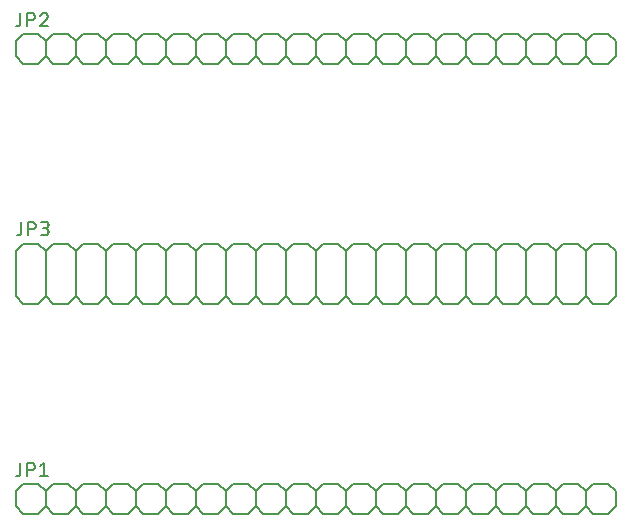
<source format=gbr>
G04 EAGLE Gerber X2 export*
%TF.Part,Single*%
%TF.FileFunction,Legend,Top,1*%
%TF.FilePolarity,Positive*%
%TF.GenerationSoftware,Autodesk,EAGLE,9.0.0*%
%TF.CreationDate,2018-04-25T07:48:58Z*%
G75*
%MOMM*%
%FSLAX34Y34*%
%LPD*%
%AMOC8*
5,1,8,0,0,1.08239X$1,22.5*%
G01*
%ADD10C,0.152400*%
%ADD11C,0.127000*%


D10*
X590550Y76200D02*
X603250Y76200D01*
X609600Y69850D01*
X609600Y57150D01*
X603250Y50800D01*
X565150Y76200D02*
X558800Y69850D01*
X565150Y76200D02*
X577850Y76200D01*
X584200Y69850D01*
X584200Y57150D01*
X577850Y50800D01*
X565150Y50800D01*
X558800Y57150D01*
X584200Y69850D02*
X590550Y76200D01*
X584200Y57150D02*
X590550Y50800D01*
X603250Y50800D01*
X527050Y76200D02*
X514350Y76200D01*
X527050Y76200D02*
X533400Y69850D01*
X533400Y57150D01*
X527050Y50800D01*
X533400Y69850D02*
X539750Y76200D01*
X552450Y76200D01*
X558800Y69850D01*
X558800Y57150D01*
X552450Y50800D01*
X539750Y50800D01*
X533400Y57150D01*
X488950Y76200D02*
X482600Y69850D01*
X488950Y76200D02*
X501650Y76200D01*
X508000Y69850D01*
X508000Y57150D01*
X501650Y50800D01*
X488950Y50800D01*
X482600Y57150D01*
X508000Y69850D02*
X514350Y76200D01*
X508000Y57150D02*
X514350Y50800D01*
X527050Y50800D01*
X450850Y76200D02*
X438150Y76200D01*
X450850Y76200D02*
X457200Y69850D01*
X457200Y57150D01*
X450850Y50800D01*
X457200Y69850D02*
X463550Y76200D01*
X476250Y76200D01*
X482600Y69850D01*
X482600Y57150D01*
X476250Y50800D01*
X463550Y50800D01*
X457200Y57150D01*
X412750Y76200D02*
X406400Y69850D01*
X412750Y76200D02*
X425450Y76200D01*
X431800Y69850D01*
X431800Y57150D01*
X425450Y50800D01*
X412750Y50800D01*
X406400Y57150D01*
X431800Y69850D02*
X438150Y76200D01*
X431800Y57150D02*
X438150Y50800D01*
X450850Y50800D01*
X374650Y76200D02*
X361950Y76200D01*
X374650Y76200D02*
X381000Y69850D01*
X381000Y57150D01*
X374650Y50800D01*
X381000Y69850D02*
X387350Y76200D01*
X400050Y76200D01*
X406400Y69850D01*
X406400Y57150D01*
X400050Y50800D01*
X387350Y50800D01*
X381000Y57150D01*
X336550Y76200D02*
X330200Y69850D01*
X336550Y76200D02*
X349250Y76200D01*
X355600Y69850D01*
X355600Y57150D01*
X349250Y50800D01*
X336550Y50800D01*
X330200Y57150D01*
X355600Y69850D02*
X361950Y76200D01*
X355600Y57150D02*
X361950Y50800D01*
X374650Y50800D01*
X298450Y76200D02*
X285750Y76200D01*
X298450Y76200D02*
X304800Y69850D01*
X304800Y57150D01*
X298450Y50800D01*
X304800Y69850D02*
X311150Y76200D01*
X323850Y76200D01*
X330200Y69850D01*
X330200Y57150D01*
X323850Y50800D01*
X311150Y50800D01*
X304800Y57150D01*
X260350Y76200D02*
X254000Y69850D01*
X260350Y76200D02*
X273050Y76200D01*
X279400Y69850D01*
X279400Y57150D01*
X273050Y50800D01*
X260350Y50800D01*
X254000Y57150D01*
X279400Y69850D02*
X285750Y76200D01*
X279400Y57150D02*
X285750Y50800D01*
X298450Y50800D01*
X222250Y76200D02*
X209550Y76200D01*
X222250Y76200D02*
X228600Y69850D01*
X228600Y57150D01*
X222250Y50800D01*
X228600Y69850D02*
X234950Y76200D01*
X247650Y76200D01*
X254000Y69850D01*
X254000Y57150D01*
X247650Y50800D01*
X234950Y50800D01*
X228600Y57150D01*
X184150Y76200D02*
X177800Y69850D01*
X184150Y76200D02*
X196850Y76200D01*
X203200Y69850D01*
X203200Y57150D01*
X196850Y50800D01*
X184150Y50800D01*
X177800Y57150D01*
X203200Y69850D02*
X209550Y76200D01*
X203200Y57150D02*
X209550Y50800D01*
X222250Y50800D01*
X146050Y76200D02*
X133350Y76200D01*
X146050Y76200D02*
X152400Y69850D01*
X152400Y57150D01*
X146050Y50800D01*
X152400Y69850D02*
X158750Y76200D01*
X171450Y76200D01*
X177800Y69850D01*
X177800Y57150D01*
X171450Y50800D01*
X158750Y50800D01*
X152400Y57150D01*
X127000Y57150D02*
X127000Y69850D01*
X133350Y76200D01*
X127000Y57150D02*
X133350Y50800D01*
X146050Y50800D01*
X615950Y76200D02*
X628650Y76200D01*
X635000Y69850D01*
X635000Y57150D01*
X628650Y50800D01*
X609600Y69850D02*
X615950Y76200D01*
X609600Y57150D02*
X615950Y50800D01*
X628650Y50800D01*
D11*
X130683Y84963D02*
X130683Y93853D01*
X130683Y84963D02*
X130681Y84863D01*
X130675Y84764D01*
X130665Y84664D01*
X130652Y84566D01*
X130634Y84467D01*
X130613Y84370D01*
X130588Y84274D01*
X130559Y84178D01*
X130526Y84084D01*
X130490Y83991D01*
X130450Y83900D01*
X130406Y83810D01*
X130359Y83722D01*
X130309Y83636D01*
X130255Y83552D01*
X130198Y83470D01*
X130138Y83391D01*
X130074Y83313D01*
X130008Y83239D01*
X129939Y83167D01*
X129867Y83098D01*
X129793Y83032D01*
X129715Y82968D01*
X129636Y82908D01*
X129554Y82851D01*
X129470Y82797D01*
X129384Y82747D01*
X129296Y82700D01*
X129206Y82656D01*
X129115Y82616D01*
X129022Y82580D01*
X128928Y82547D01*
X128832Y82518D01*
X128736Y82493D01*
X128639Y82472D01*
X128540Y82454D01*
X128442Y82441D01*
X128342Y82431D01*
X128243Y82425D01*
X128143Y82423D01*
X126873Y82423D01*
X136663Y82423D02*
X136663Y93853D01*
X139838Y93853D01*
X139949Y93851D01*
X140059Y93845D01*
X140170Y93836D01*
X140280Y93822D01*
X140389Y93805D01*
X140498Y93784D01*
X140606Y93759D01*
X140713Y93730D01*
X140819Y93698D01*
X140924Y93662D01*
X141027Y93622D01*
X141129Y93579D01*
X141230Y93532D01*
X141329Y93481D01*
X141426Y93428D01*
X141520Y93371D01*
X141613Y93310D01*
X141704Y93247D01*
X141793Y93180D01*
X141879Y93110D01*
X141962Y93037D01*
X142044Y92962D01*
X142122Y92884D01*
X142197Y92802D01*
X142270Y92719D01*
X142340Y92633D01*
X142407Y92544D01*
X142470Y92453D01*
X142531Y92360D01*
X142588Y92265D01*
X142641Y92169D01*
X142692Y92070D01*
X142739Y91969D01*
X142782Y91867D01*
X142822Y91764D01*
X142858Y91659D01*
X142890Y91553D01*
X142919Y91446D01*
X142944Y91338D01*
X142965Y91229D01*
X142982Y91120D01*
X142996Y91010D01*
X143005Y90899D01*
X143011Y90789D01*
X143013Y90678D01*
X143011Y90567D01*
X143005Y90457D01*
X142996Y90346D01*
X142982Y90236D01*
X142965Y90127D01*
X142944Y90018D01*
X142919Y89910D01*
X142890Y89803D01*
X142858Y89697D01*
X142822Y89592D01*
X142782Y89489D01*
X142739Y89387D01*
X142692Y89286D01*
X142641Y89187D01*
X142588Y89090D01*
X142531Y88996D01*
X142470Y88903D01*
X142407Y88812D01*
X142340Y88723D01*
X142270Y88637D01*
X142197Y88554D01*
X142122Y88472D01*
X142044Y88394D01*
X141962Y88319D01*
X141879Y88246D01*
X141793Y88176D01*
X141704Y88109D01*
X141613Y88046D01*
X141520Y87985D01*
X141425Y87928D01*
X141329Y87875D01*
X141230Y87824D01*
X141129Y87777D01*
X141027Y87734D01*
X140924Y87694D01*
X140819Y87658D01*
X140713Y87626D01*
X140606Y87597D01*
X140498Y87572D01*
X140389Y87551D01*
X140280Y87534D01*
X140170Y87520D01*
X140059Y87511D01*
X139949Y87505D01*
X139838Y87503D01*
X136663Y87503D01*
X147522Y91313D02*
X150697Y93853D01*
X150697Y82423D01*
X147522Y82423D02*
X153872Y82423D01*
D10*
X590550Y457200D02*
X603250Y457200D01*
X609600Y450850D01*
X609600Y438150D01*
X603250Y431800D01*
X565150Y457200D02*
X558800Y450850D01*
X565150Y457200D02*
X577850Y457200D01*
X584200Y450850D01*
X584200Y438150D01*
X577850Y431800D01*
X565150Y431800D01*
X558800Y438150D01*
X584200Y450850D02*
X590550Y457200D01*
X584200Y438150D02*
X590550Y431800D01*
X603250Y431800D01*
X527050Y457200D02*
X514350Y457200D01*
X527050Y457200D02*
X533400Y450850D01*
X533400Y438150D01*
X527050Y431800D01*
X533400Y450850D02*
X539750Y457200D01*
X552450Y457200D01*
X558800Y450850D01*
X558800Y438150D01*
X552450Y431800D01*
X539750Y431800D01*
X533400Y438150D01*
X488950Y457200D02*
X482600Y450850D01*
X488950Y457200D02*
X501650Y457200D01*
X508000Y450850D01*
X508000Y438150D01*
X501650Y431800D01*
X488950Y431800D01*
X482600Y438150D01*
X508000Y450850D02*
X514350Y457200D01*
X508000Y438150D02*
X514350Y431800D01*
X527050Y431800D01*
X450850Y457200D02*
X438150Y457200D01*
X450850Y457200D02*
X457200Y450850D01*
X457200Y438150D01*
X450850Y431800D01*
X457200Y450850D02*
X463550Y457200D01*
X476250Y457200D01*
X482600Y450850D01*
X482600Y438150D01*
X476250Y431800D01*
X463550Y431800D01*
X457200Y438150D01*
X412750Y457200D02*
X406400Y450850D01*
X412750Y457200D02*
X425450Y457200D01*
X431800Y450850D01*
X431800Y438150D01*
X425450Y431800D01*
X412750Y431800D01*
X406400Y438150D01*
X431800Y450850D02*
X438150Y457200D01*
X431800Y438150D02*
X438150Y431800D01*
X450850Y431800D01*
X374650Y457200D02*
X361950Y457200D01*
X374650Y457200D02*
X381000Y450850D01*
X381000Y438150D01*
X374650Y431800D01*
X381000Y450850D02*
X387350Y457200D01*
X400050Y457200D01*
X406400Y450850D01*
X406400Y438150D01*
X400050Y431800D01*
X387350Y431800D01*
X381000Y438150D01*
X336550Y457200D02*
X330200Y450850D01*
X336550Y457200D02*
X349250Y457200D01*
X355600Y450850D01*
X355600Y438150D01*
X349250Y431800D01*
X336550Y431800D01*
X330200Y438150D01*
X355600Y450850D02*
X361950Y457200D01*
X355600Y438150D02*
X361950Y431800D01*
X374650Y431800D01*
X298450Y457200D02*
X285750Y457200D01*
X298450Y457200D02*
X304800Y450850D01*
X304800Y438150D01*
X298450Y431800D01*
X304800Y450850D02*
X311150Y457200D01*
X323850Y457200D01*
X330200Y450850D01*
X330200Y438150D01*
X323850Y431800D01*
X311150Y431800D01*
X304800Y438150D01*
X260350Y457200D02*
X254000Y450850D01*
X260350Y457200D02*
X273050Y457200D01*
X279400Y450850D01*
X279400Y438150D01*
X273050Y431800D01*
X260350Y431800D01*
X254000Y438150D01*
X279400Y450850D02*
X285750Y457200D01*
X279400Y438150D02*
X285750Y431800D01*
X298450Y431800D01*
X222250Y457200D02*
X209550Y457200D01*
X222250Y457200D02*
X228600Y450850D01*
X228600Y438150D01*
X222250Y431800D01*
X228600Y450850D02*
X234950Y457200D01*
X247650Y457200D01*
X254000Y450850D01*
X254000Y438150D01*
X247650Y431800D01*
X234950Y431800D01*
X228600Y438150D01*
X184150Y457200D02*
X177800Y450850D01*
X184150Y457200D02*
X196850Y457200D01*
X203200Y450850D01*
X203200Y438150D01*
X196850Y431800D01*
X184150Y431800D01*
X177800Y438150D01*
X203200Y450850D02*
X209550Y457200D01*
X203200Y438150D02*
X209550Y431800D01*
X222250Y431800D01*
X146050Y457200D02*
X133350Y457200D01*
X146050Y457200D02*
X152400Y450850D01*
X152400Y438150D01*
X146050Y431800D01*
X152400Y450850D02*
X158750Y457200D01*
X171450Y457200D01*
X177800Y450850D01*
X177800Y438150D01*
X171450Y431800D01*
X158750Y431800D01*
X152400Y438150D01*
X127000Y438150D02*
X127000Y450850D01*
X133350Y457200D01*
X127000Y438150D02*
X133350Y431800D01*
X146050Y431800D01*
X615950Y457200D02*
X628650Y457200D01*
X635000Y450850D01*
X635000Y438150D01*
X628650Y431800D01*
X609600Y450850D02*
X615950Y457200D01*
X609600Y438150D02*
X615950Y431800D01*
X628650Y431800D01*
D11*
X130683Y465963D02*
X130683Y474853D01*
X130683Y465963D02*
X130681Y465863D01*
X130675Y465764D01*
X130665Y465664D01*
X130652Y465566D01*
X130634Y465467D01*
X130613Y465370D01*
X130588Y465274D01*
X130559Y465178D01*
X130526Y465084D01*
X130490Y464991D01*
X130450Y464900D01*
X130406Y464810D01*
X130359Y464722D01*
X130309Y464636D01*
X130255Y464552D01*
X130198Y464470D01*
X130138Y464391D01*
X130074Y464313D01*
X130008Y464239D01*
X129939Y464167D01*
X129867Y464098D01*
X129793Y464032D01*
X129715Y463968D01*
X129636Y463908D01*
X129554Y463851D01*
X129470Y463797D01*
X129384Y463747D01*
X129296Y463700D01*
X129206Y463656D01*
X129115Y463616D01*
X129022Y463580D01*
X128928Y463547D01*
X128832Y463518D01*
X128736Y463493D01*
X128639Y463472D01*
X128540Y463454D01*
X128442Y463441D01*
X128342Y463431D01*
X128243Y463425D01*
X128143Y463423D01*
X126873Y463423D01*
X136663Y463423D02*
X136663Y474853D01*
X139838Y474853D01*
X139949Y474851D01*
X140059Y474845D01*
X140170Y474836D01*
X140280Y474822D01*
X140389Y474805D01*
X140498Y474784D01*
X140606Y474759D01*
X140713Y474730D01*
X140819Y474698D01*
X140924Y474662D01*
X141027Y474622D01*
X141129Y474579D01*
X141230Y474532D01*
X141329Y474481D01*
X141426Y474428D01*
X141520Y474371D01*
X141613Y474310D01*
X141704Y474247D01*
X141793Y474180D01*
X141879Y474110D01*
X141962Y474037D01*
X142044Y473962D01*
X142122Y473884D01*
X142197Y473802D01*
X142270Y473719D01*
X142340Y473633D01*
X142407Y473544D01*
X142470Y473453D01*
X142531Y473360D01*
X142588Y473265D01*
X142641Y473169D01*
X142692Y473070D01*
X142739Y472969D01*
X142782Y472867D01*
X142822Y472764D01*
X142858Y472659D01*
X142890Y472553D01*
X142919Y472446D01*
X142944Y472338D01*
X142965Y472229D01*
X142982Y472120D01*
X142996Y472010D01*
X143005Y471899D01*
X143011Y471789D01*
X143013Y471678D01*
X143011Y471567D01*
X143005Y471457D01*
X142996Y471346D01*
X142982Y471236D01*
X142965Y471127D01*
X142944Y471018D01*
X142919Y470910D01*
X142890Y470803D01*
X142858Y470697D01*
X142822Y470592D01*
X142782Y470489D01*
X142739Y470387D01*
X142692Y470286D01*
X142641Y470187D01*
X142588Y470090D01*
X142531Y469996D01*
X142470Y469903D01*
X142407Y469812D01*
X142340Y469723D01*
X142270Y469637D01*
X142197Y469554D01*
X142122Y469472D01*
X142044Y469394D01*
X141962Y469319D01*
X141879Y469246D01*
X141793Y469176D01*
X141704Y469109D01*
X141613Y469046D01*
X141520Y468985D01*
X141425Y468928D01*
X141329Y468875D01*
X141230Y468824D01*
X141129Y468777D01*
X141027Y468734D01*
X140924Y468694D01*
X140819Y468658D01*
X140713Y468626D01*
X140606Y468597D01*
X140498Y468572D01*
X140389Y468551D01*
X140280Y468534D01*
X140170Y468520D01*
X140059Y468511D01*
X139949Y468505D01*
X139838Y468503D01*
X136663Y468503D01*
X151014Y474854D02*
X151118Y474852D01*
X151223Y474846D01*
X151327Y474837D01*
X151430Y474824D01*
X151533Y474806D01*
X151635Y474786D01*
X151737Y474761D01*
X151837Y474733D01*
X151937Y474701D01*
X152035Y474665D01*
X152132Y474626D01*
X152227Y474584D01*
X152321Y474538D01*
X152413Y474488D01*
X152503Y474436D01*
X152591Y474380D01*
X152677Y474320D01*
X152761Y474258D01*
X152842Y474193D01*
X152921Y474125D01*
X152998Y474053D01*
X153071Y473980D01*
X153143Y473903D01*
X153211Y473824D01*
X153276Y473743D01*
X153338Y473659D01*
X153398Y473573D01*
X153454Y473485D01*
X153506Y473395D01*
X153556Y473303D01*
X153602Y473209D01*
X153644Y473114D01*
X153683Y473017D01*
X153719Y472919D01*
X153751Y472819D01*
X153779Y472719D01*
X153804Y472617D01*
X153824Y472515D01*
X153842Y472412D01*
X153855Y472309D01*
X153864Y472205D01*
X153870Y472100D01*
X153872Y471996D01*
X151014Y474853D02*
X150896Y474851D01*
X150777Y474845D01*
X150659Y474836D01*
X150542Y474823D01*
X150425Y474805D01*
X150308Y474785D01*
X150192Y474760D01*
X150077Y474732D01*
X149964Y474699D01*
X149851Y474664D01*
X149739Y474624D01*
X149629Y474582D01*
X149520Y474535D01*
X149412Y474485D01*
X149307Y474432D01*
X149203Y474375D01*
X149101Y474315D01*
X149001Y474252D01*
X148903Y474185D01*
X148807Y474116D01*
X148714Y474043D01*
X148623Y473967D01*
X148534Y473889D01*
X148448Y473807D01*
X148365Y473723D01*
X148284Y473637D01*
X148207Y473547D01*
X148132Y473456D01*
X148060Y473362D01*
X147991Y473265D01*
X147926Y473167D01*
X147863Y473066D01*
X147804Y472963D01*
X147748Y472859D01*
X147696Y472753D01*
X147647Y472645D01*
X147602Y472536D01*
X147560Y472425D01*
X147522Y472313D01*
X152920Y469774D02*
X152996Y469849D01*
X153071Y469928D01*
X153142Y470009D01*
X153211Y470093D01*
X153276Y470179D01*
X153338Y470267D01*
X153398Y470357D01*
X153454Y470449D01*
X153507Y470544D01*
X153556Y470640D01*
X153602Y470738D01*
X153645Y470837D01*
X153684Y470938D01*
X153719Y471040D01*
X153751Y471143D01*
X153779Y471247D01*
X153804Y471352D01*
X153825Y471459D01*
X153842Y471565D01*
X153855Y471672D01*
X153864Y471780D01*
X153870Y471888D01*
X153872Y471996D01*
X152919Y469773D02*
X147522Y463423D01*
X153872Y463423D01*
D10*
X127000Y234950D02*
X133350Y228600D01*
X146050Y228600D01*
X152400Y234950D01*
X158750Y228600D01*
X171450Y228600D01*
X177800Y234950D01*
X184150Y228600D01*
X196850Y228600D01*
X203200Y234950D01*
X209550Y228600D01*
X222250Y228600D01*
X228600Y234950D01*
X234950Y228600D01*
X247650Y228600D01*
X254000Y234950D01*
X260350Y228600D01*
X273050Y228600D01*
X279400Y234950D01*
X127000Y234950D02*
X127000Y273050D01*
X133350Y279400D01*
X146050Y279400D01*
X152400Y273050D01*
X158750Y279400D01*
X171450Y279400D01*
X177800Y273050D01*
X184150Y279400D01*
X196850Y279400D01*
X203200Y273050D01*
X209550Y279400D01*
X222250Y279400D01*
X228600Y273050D01*
X234950Y279400D01*
X247650Y279400D01*
X254000Y273050D01*
X260350Y279400D01*
X273050Y279400D01*
X279400Y273050D01*
X285750Y279400D01*
X298450Y279400D01*
X304800Y273050D01*
X311150Y279400D01*
X323850Y279400D01*
X330200Y273050D01*
X336550Y279400D01*
X349250Y279400D01*
X355600Y273050D01*
X361950Y279400D01*
X374650Y279400D01*
X381000Y273050D01*
X387350Y279400D01*
X400050Y279400D01*
X406400Y273050D01*
X412750Y279400D01*
X425450Y279400D01*
X431800Y273050D01*
X438150Y279400D01*
X450850Y279400D01*
X457200Y273050D01*
X463550Y279400D01*
X476250Y279400D01*
X482600Y273050D01*
X488950Y279400D01*
X501650Y279400D01*
X508000Y273050D01*
X514350Y279400D01*
X527050Y279400D01*
X533400Y273050D01*
X539750Y279400D01*
X552450Y279400D01*
X558800Y273050D01*
X565150Y279400D01*
X577850Y279400D01*
X584200Y273050D01*
X590550Y279400D01*
X603250Y279400D01*
X609600Y273050D01*
X609600Y234950D02*
X603250Y228600D01*
X590550Y228600D01*
X584200Y234950D01*
X577850Y228600D01*
X565150Y228600D01*
X558800Y234950D01*
X552450Y228600D01*
X539750Y228600D01*
X533400Y234950D01*
X527050Y228600D01*
X514350Y228600D01*
X508000Y234950D01*
X501650Y228600D01*
X488950Y228600D01*
X482600Y234950D01*
X476250Y228600D01*
X463550Y228600D01*
X457200Y234950D01*
X450850Y228600D01*
X438150Y228600D01*
X431800Y234950D01*
X425450Y228600D01*
X412750Y228600D01*
X406400Y234950D01*
X400050Y228600D01*
X387350Y228600D01*
X381000Y234950D01*
X374650Y228600D01*
X361950Y228600D01*
X355600Y234950D01*
X349250Y228600D01*
X336550Y228600D01*
X330200Y234950D01*
X323850Y228600D01*
X311150Y228600D01*
X304800Y234950D01*
X298450Y228600D01*
X285750Y228600D01*
X279400Y234950D01*
X152400Y234950D02*
X152400Y273050D01*
X177800Y273050D02*
X177800Y234950D01*
X203200Y234950D02*
X203200Y273050D01*
X228600Y273050D02*
X228600Y234950D01*
X254000Y234950D02*
X254000Y273050D01*
X279400Y273050D02*
X279400Y234950D01*
X304800Y234950D02*
X304800Y273050D01*
X330200Y273050D02*
X330200Y234950D01*
X355600Y234950D02*
X355600Y273050D01*
X381000Y273050D02*
X381000Y234950D01*
X406400Y234950D02*
X406400Y273050D01*
X431800Y273050D02*
X431800Y234950D01*
X457200Y234950D02*
X457200Y273050D01*
X482600Y273050D02*
X482600Y234950D01*
X508000Y234950D02*
X508000Y273050D01*
X533400Y273050D02*
X533400Y234950D01*
X558800Y234950D02*
X558800Y273050D01*
X584200Y273050D02*
X584200Y234950D01*
X609600Y234950D02*
X609600Y273050D01*
X615950Y279400D01*
X628650Y279400D01*
X635000Y273050D01*
X635000Y234950D02*
X628650Y228600D01*
X615950Y228600D01*
X609600Y234950D01*
X635000Y234950D02*
X635000Y273050D01*
D11*
X131445Y288925D02*
X131445Y297815D01*
X131445Y288925D02*
X131443Y288825D01*
X131437Y288726D01*
X131427Y288626D01*
X131414Y288528D01*
X131396Y288429D01*
X131375Y288332D01*
X131350Y288236D01*
X131321Y288140D01*
X131288Y288046D01*
X131252Y287953D01*
X131212Y287862D01*
X131168Y287772D01*
X131121Y287684D01*
X131071Y287598D01*
X131017Y287514D01*
X130960Y287432D01*
X130900Y287353D01*
X130836Y287275D01*
X130770Y287201D01*
X130701Y287129D01*
X130629Y287060D01*
X130555Y286994D01*
X130477Y286930D01*
X130398Y286870D01*
X130316Y286813D01*
X130232Y286759D01*
X130146Y286709D01*
X130058Y286662D01*
X129968Y286618D01*
X129877Y286578D01*
X129784Y286542D01*
X129690Y286509D01*
X129594Y286480D01*
X129498Y286455D01*
X129401Y286434D01*
X129302Y286416D01*
X129204Y286403D01*
X129104Y286393D01*
X129005Y286387D01*
X128905Y286385D01*
X127635Y286385D01*
X137425Y286385D02*
X137425Y297815D01*
X140600Y297815D01*
X140711Y297813D01*
X140821Y297807D01*
X140932Y297798D01*
X141042Y297784D01*
X141151Y297767D01*
X141260Y297746D01*
X141368Y297721D01*
X141475Y297692D01*
X141581Y297660D01*
X141686Y297624D01*
X141789Y297584D01*
X141891Y297541D01*
X141992Y297494D01*
X142091Y297443D01*
X142188Y297390D01*
X142282Y297333D01*
X142375Y297272D01*
X142466Y297209D01*
X142555Y297142D01*
X142641Y297072D01*
X142724Y296999D01*
X142806Y296924D01*
X142884Y296846D01*
X142959Y296764D01*
X143032Y296681D01*
X143102Y296595D01*
X143169Y296506D01*
X143232Y296415D01*
X143293Y296322D01*
X143350Y296227D01*
X143403Y296131D01*
X143454Y296032D01*
X143501Y295931D01*
X143544Y295829D01*
X143584Y295726D01*
X143620Y295621D01*
X143652Y295515D01*
X143681Y295408D01*
X143706Y295300D01*
X143727Y295191D01*
X143744Y295082D01*
X143758Y294972D01*
X143767Y294861D01*
X143773Y294751D01*
X143775Y294640D01*
X143773Y294529D01*
X143767Y294419D01*
X143758Y294308D01*
X143744Y294198D01*
X143727Y294089D01*
X143706Y293980D01*
X143681Y293872D01*
X143652Y293765D01*
X143620Y293659D01*
X143584Y293554D01*
X143544Y293451D01*
X143501Y293349D01*
X143454Y293248D01*
X143403Y293149D01*
X143350Y293052D01*
X143293Y292958D01*
X143232Y292865D01*
X143169Y292774D01*
X143102Y292685D01*
X143032Y292599D01*
X142959Y292516D01*
X142884Y292434D01*
X142806Y292356D01*
X142724Y292281D01*
X142641Y292208D01*
X142555Y292138D01*
X142466Y292071D01*
X142375Y292008D01*
X142282Y291947D01*
X142187Y291890D01*
X142091Y291837D01*
X141992Y291786D01*
X141891Y291739D01*
X141789Y291696D01*
X141686Y291656D01*
X141581Y291620D01*
X141475Y291588D01*
X141368Y291559D01*
X141260Y291534D01*
X141151Y291513D01*
X141042Y291496D01*
X140932Y291482D01*
X140821Y291473D01*
X140711Y291467D01*
X140600Y291465D01*
X137425Y291465D01*
X148284Y286385D02*
X151459Y286385D01*
X151570Y286387D01*
X151680Y286393D01*
X151791Y286402D01*
X151901Y286416D01*
X152010Y286433D01*
X152119Y286454D01*
X152227Y286479D01*
X152334Y286508D01*
X152440Y286540D01*
X152545Y286576D01*
X152648Y286616D01*
X152750Y286659D01*
X152851Y286706D01*
X152950Y286757D01*
X153046Y286810D01*
X153141Y286867D01*
X153234Y286928D01*
X153325Y286991D01*
X153414Y287058D01*
X153500Y287128D01*
X153583Y287201D01*
X153665Y287276D01*
X153743Y287354D01*
X153818Y287436D01*
X153891Y287519D01*
X153961Y287605D01*
X154028Y287694D01*
X154091Y287785D01*
X154152Y287878D01*
X154209Y287972D01*
X154262Y288069D01*
X154313Y288168D01*
X154360Y288269D01*
X154403Y288371D01*
X154443Y288474D01*
X154479Y288579D01*
X154511Y288685D01*
X154540Y288792D01*
X154565Y288900D01*
X154586Y289009D01*
X154603Y289118D01*
X154617Y289228D01*
X154626Y289339D01*
X154632Y289449D01*
X154634Y289560D01*
X154632Y289671D01*
X154626Y289781D01*
X154617Y289892D01*
X154603Y290002D01*
X154586Y290111D01*
X154565Y290220D01*
X154540Y290328D01*
X154511Y290435D01*
X154479Y290541D01*
X154443Y290646D01*
X154403Y290749D01*
X154360Y290851D01*
X154313Y290952D01*
X154262Y291051D01*
X154209Y291147D01*
X154152Y291242D01*
X154091Y291335D01*
X154028Y291426D01*
X153961Y291515D01*
X153891Y291601D01*
X153818Y291684D01*
X153743Y291766D01*
X153665Y291844D01*
X153583Y291919D01*
X153500Y291992D01*
X153414Y292062D01*
X153325Y292129D01*
X153234Y292192D01*
X153141Y292253D01*
X153047Y292310D01*
X152950Y292363D01*
X152851Y292414D01*
X152750Y292461D01*
X152648Y292504D01*
X152545Y292544D01*
X152440Y292580D01*
X152334Y292612D01*
X152227Y292641D01*
X152119Y292666D01*
X152010Y292687D01*
X151901Y292704D01*
X151791Y292718D01*
X151680Y292727D01*
X151570Y292733D01*
X151459Y292735D01*
X152094Y297815D02*
X148284Y297815D01*
X152094Y297815D02*
X152194Y297813D01*
X152293Y297807D01*
X152393Y297797D01*
X152491Y297784D01*
X152590Y297766D01*
X152687Y297745D01*
X152783Y297720D01*
X152879Y297691D01*
X152973Y297658D01*
X153066Y297622D01*
X153157Y297582D01*
X153247Y297538D01*
X153335Y297491D01*
X153421Y297441D01*
X153505Y297387D01*
X153587Y297330D01*
X153666Y297270D01*
X153744Y297206D01*
X153818Y297140D01*
X153890Y297071D01*
X153959Y296999D01*
X154025Y296925D01*
X154089Y296847D01*
X154149Y296768D01*
X154206Y296686D01*
X154260Y296602D01*
X154310Y296516D01*
X154357Y296428D01*
X154401Y296338D01*
X154441Y296247D01*
X154477Y296154D01*
X154510Y296060D01*
X154539Y295964D01*
X154564Y295868D01*
X154585Y295771D01*
X154603Y295672D01*
X154616Y295574D01*
X154626Y295474D01*
X154632Y295375D01*
X154634Y295275D01*
X154632Y295175D01*
X154626Y295076D01*
X154616Y294976D01*
X154603Y294878D01*
X154585Y294779D01*
X154564Y294682D01*
X154539Y294586D01*
X154510Y294490D01*
X154477Y294396D01*
X154441Y294303D01*
X154401Y294212D01*
X154357Y294122D01*
X154310Y294034D01*
X154260Y293948D01*
X154206Y293864D01*
X154149Y293782D01*
X154089Y293703D01*
X154025Y293625D01*
X153959Y293551D01*
X153890Y293479D01*
X153818Y293410D01*
X153744Y293344D01*
X153666Y293280D01*
X153587Y293220D01*
X153505Y293163D01*
X153421Y293109D01*
X153335Y293059D01*
X153247Y293012D01*
X153157Y292968D01*
X153066Y292928D01*
X152973Y292892D01*
X152879Y292859D01*
X152783Y292830D01*
X152687Y292805D01*
X152590Y292784D01*
X152491Y292766D01*
X152393Y292753D01*
X152293Y292743D01*
X152194Y292737D01*
X152094Y292735D01*
X149554Y292735D01*
M02*

</source>
